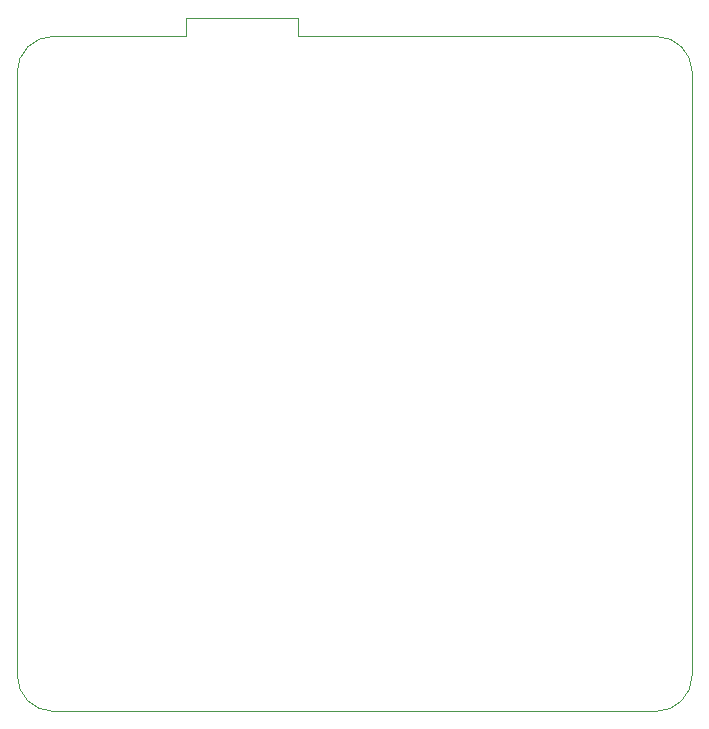
<source format=gm1>
%TF.GenerationSoftware,KiCad,Pcbnew,(6.0.1)*%
%TF.CreationDate,2022-03-07T23:29:37-05:00*%
%TF.ProjectId,Aioli,41696f6c-692e-46b6-9963-61645f706362,rev?*%
%TF.SameCoordinates,Original*%
%TF.FileFunction,Profile,NP*%
%FSLAX46Y46*%
G04 Gerber Fmt 4.6, Leading zero omitted, Abs format (unit mm)*
G04 Created by KiCad (PCBNEW (6.0.1)) date 2022-03-07 23:29:37*
%MOMM*%
%LPD*%
G01*
G04 APERTURE LIST*
%TA.AperFunction,Profile*%
%ADD10C,0.050000*%
%TD*%
G04 APERTURE END LIST*
D10*
X71437500Y-46037500D02*
X71437500Y-47625000D01*
X80962500Y-46037500D02*
X80962500Y-47625000D01*
X80168750Y-46037500D02*
X80962500Y-46037500D01*
X71437500Y-46037500D02*
X80168750Y-46037500D01*
X57150000Y-101727000D02*
X57150000Y-50673000D01*
X111252000Y-104775000D02*
X60198000Y-104775000D01*
X114300000Y-50673000D02*
X114300000Y-101727000D01*
X80962500Y-47625000D02*
X111252000Y-47625000D01*
X60198000Y-47625000D02*
X71437500Y-47625000D01*
X111252000Y-104775000D02*
G75*
G03*
X114300000Y-101727000I0J3048000D01*
G01*
X57150000Y-101727000D02*
G75*
G03*
X60198000Y-104775000I3048000J0D01*
G01*
X60198000Y-47625000D02*
G75*
G03*
X57150000Y-50673000I0J-3048000D01*
G01*
X114300000Y-50673000D02*
G75*
G03*
X111252000Y-47625000I-3048000J0D01*
G01*
M02*

</source>
